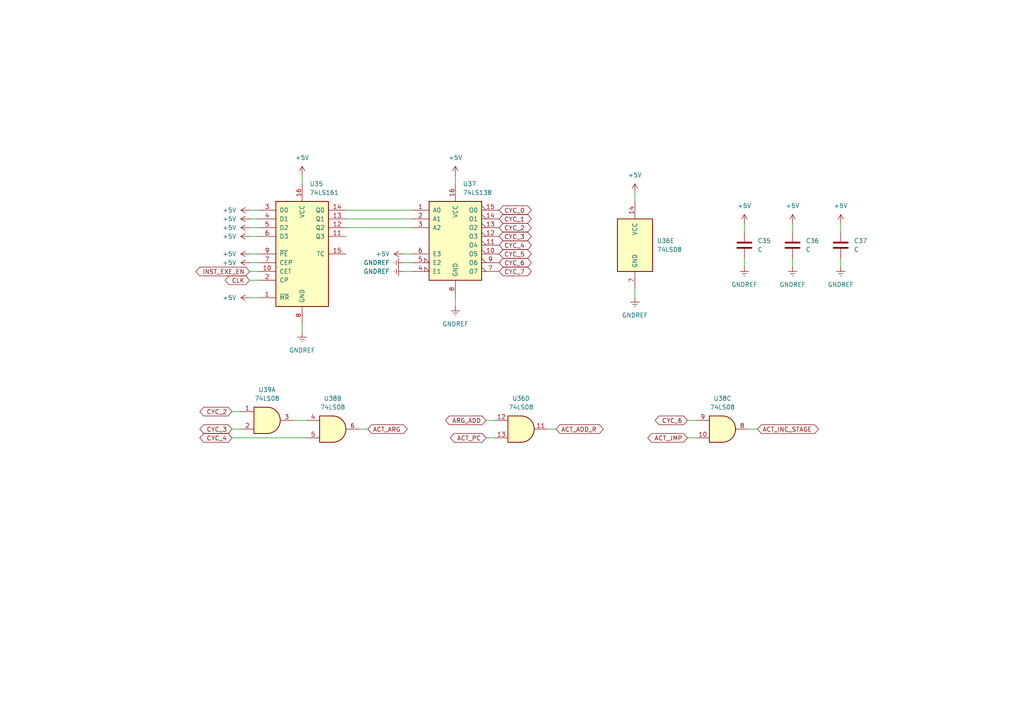
<source format=kicad_sch>
(kicad_sch (version 20250114) (generator "eeschema") (generator_version "9.0")
  (paper "A4")
  (title_block (title "Osnova8 CPU") (date "2025-12-03"))
  (lib_symbols
    (symbol "74xx:74LS08" (pin_names (offset 1.016))
      (property "Reference" "U" (at 0 1.27 0))
      (property "Value" "74LS08" (at 0 -1.27 0))
      (symbol "74LS08_1_1"
        (arc (start 0 3.81) (mid 3.7934 0) (end 0 -3.81) (stroke (width 0.254)) (fill (type background)))
        (polyline (pts (xy 0 3.81) (xy -3.81 3.81) (xy -3.81 -3.81) (xy 0 -3.81)) (stroke (width 0.254)) (fill (type background)))
        (pin input line (at -7.62 2.54 0) (length 3.81) (name "~") (number "1"))
        (pin input line (at -7.62 -2.54 0) (length 3.81) (name "~") (number "2"))
        (pin output line (at 7.62 0 180) (length 3.81) (name "~") (number "3"))
      )
      (symbol "74LS08_1_2"
        (arc (start -3.81 3.81) (mid -2.589 0) (end -3.81 -3.81) (stroke (width 0.254)))
        (polyline (pts (xy -3.81 3.81) (xy -0.635 3.81)) (stroke (width 0.254)) (fill (type background)))
        (polyline (pts (xy -3.81 -3.81) (xy -0.635 -3.81)) (stroke (width 0.254)) (fill (type background)))
        (arc (start 3.81 0) (mid 2.1855 -2.584) (end -0.6096 -3.81) (stroke (width 0.254)) (fill (type background)))
        (arc (start -0.6096 3.81) (mid 2.1928 2.5924) (end 3.81 0) (stroke (width 0.254)) (fill (type background)))
        (polyline (pts (xy -0.635 3.81) (xy -3.81 3.81) (xy -3.81 3.81) (xy -3.556 3.4036) (xy -3.0226 2.2606) (xy -2.6924 1.0414) (xy -2.6162 -0.254) (xy -2.7686 -1.4986) (xy -3.175 -2.7178) (xy -3.81 -3.81) (xy -3.81 -3.81) (xy -0.635 -3.81)) (stroke (width -25.4)) (fill (type background)))
        (pin input inverted (at -7.62 2.54 0) (length 4.318) (name "~") (number "1"))
        (pin input inverted (at -7.62 -2.54 0) (length 4.318) (name "~") (number "2"))
        (pin output inverted (at 7.62 0 180) (length 3.81) (name "~") (number "3"))
      )
      (symbol "74LS08_2_1"
        (arc (start 0 3.81) (mid 3.7934 0) (end 0 -3.81) (stroke (width 0.254)) (fill (type background)))
        (polyline (pts (xy 0 3.81) (xy -3.81 3.81) (xy -3.81 -3.81) (xy 0 -3.81)) (stroke (width 0.254)) (fill (type background)))
        (pin input line (at -7.62 2.54 0) (length 3.81) (name "~") (number "4"))
        (pin input line (at -7.62 -2.54 0) (length 3.81) (name "~") (number "5"))
        (pin output line (at 7.62 0 180) (length 3.81) (name "~") (number "6"))
      )
      (symbol "74LS08_2_2"
        (arc (start -3.81 3.81) (mid -2.589 0) (end -3.81 -3.81) (stroke (width 0.254)))
        (polyline (pts (xy -3.81 3.81) (xy -0.635 3.81)) (stroke (width 0.254)) (fill (type background)))
        (polyline (pts (xy -3.81 -3.81) (xy -0.635 -3.81)) (stroke (width 0.254)) (fill (type background)))
        (arc (start 3.81 0) (mid 2.1855 -2.584) (end -0.6096 -3.81) (stroke (width 0.254)) (fill (type background)))
        (arc (start -0.6096 3.81) (mid 2.1928 2.5924) (end 3.81 0) (stroke (width 0.254)) (fill (type background)))
        (polyline (pts (xy -0.635 3.81) (xy -3.81 3.81) (xy -3.81 3.81) (xy -3.556 3.4036) (xy -3.0226 2.2606) (xy -2.6924 1.0414) (xy -2.6162 -0.254) (xy -2.7686 -1.4986) (xy -3.175 -2.7178) (xy -3.81 -3.81) (xy -3.81 -3.81) (xy -0.635 -3.81)) (stroke (width -25.4)) (fill (type background)))
        (pin input inverted (at -7.62 2.54 0) (length 4.318) (name "~") (number "4"))
        (pin input inverted (at -7.62 -2.54 0) (length 4.318) (name "~") (number "5"))
        (pin output inverted (at 7.62 0 180) (length 3.81) (name "~") (number "6"))
      )
      (symbol "74LS08_3_1"
        (arc (start 0 3.81) (mid 3.7934 0) (end 0 -3.81) (stroke (width 0.254)) (fill (type background)))
        (polyline (pts (xy 0 3.81) (xy -3.81 3.81) (xy -3.81 -3.81) (xy 0 -3.81)) (stroke (width 0.254)) (fill (type background)))
        (pin input line (at -7.62 2.54 0) (length 3.81) (name "~") (number "9"))
        (pin input line (at -7.62 -2.54 0) (length 3.81) (name "~") (number "10"))
        (pin output line (at 7.62 0 180) (length 3.81) (name "~") (number "8"))
      )
      (symbol "74LS08_3_2"
        (arc (start -3.81 3.81) (mid -2.589 0) (end -3.81 -3.81) (stroke (width 0.254)))
        (polyline (pts (xy -3.81 3.81) (xy -0.635 3.81)) (stroke (width 0.254)) (fill (type background)))
        (polyline (pts (xy -3.81 -3.81) (xy -0.635 -3.81)) (stroke (width 0.254)) (fill (type background)))
        (arc (start 3.81 0) (mid 2.1855 -2.584) (end -0.6096 -3.81) (stroke (width 0.254)) (fill (type background)))
        (arc (start -0.6096 3.81) (mid 2.1928 2.5924) (end 3.81 0) (stroke (width 0.254)) (fill (type background)))
        (polyline (pts (xy -0.635 3.81) (xy -3.81 3.81) (xy -3.81 3.81) (xy -3.556 3.4036) (xy -3.0226 2.2606) (xy -2.6924 1.0414) (xy -2.6162 -0.254) (xy -2.7686 -1.4986) (xy -3.175 -2.7178) (xy -3.81 -3.81) (xy -3.81 -3.81) (xy -0.635 -3.81)) (stroke (width -25.4)) (fill (type background)))
        (pin input inverted (at -7.62 2.54 0) (length 4.318) (name "~") (number "9"))
        (pin input inverted (at -7.62 -2.54 0) (length 4.318) (name "~") (number "10"))
        (pin output inverted (at 7.62 0 180) (length 3.81) (name "~") (number "8"))
      )
      (symbol "74LS08_4_1"
        (arc (start 0 3.81) (mid 3.7934 0) (end 0 -3.81) (stroke (width 0.254)) (fill (type background)))
        (polyline (pts (xy 0 3.81) (xy -3.81 3.81) (xy -3.81 -3.81) (xy 0 -3.81)) (stroke (width 0.254)) (fill (type background)))
        (pin input line (at -7.62 2.54 0) (length 3.81) (name "~") (number "12"))
        (pin input line (at -7.62 -2.54 0) (length 3.81) (name "~") (number "13"))
        (pin output line (at 7.62 0 180) (length 3.81) (name "~") (number "11"))
      )
      (symbol "74LS08_4_2"
        (arc (start -3.81 3.81) (mid -2.589 0) (end -3.81 -3.81) (stroke (width 0.254)))
        (polyline (pts (xy -3.81 3.81) (xy -0.635 3.81)) (stroke (width 0.254)) (fill (type background)))
        (polyline (pts (xy -3.81 -3.81) (xy -0.635 -3.81)) (stroke (width 0.254)) (fill (type background)))
        (arc (start 3.81 0) (mid 2.1855 -2.584) (end -0.6096 -3.81) (stroke (width 0.254)) (fill (type background)))
        (arc (start -0.6096 3.81) (mid 2.1928 2.5924) (end 3.81 0) (stroke (width 0.254)) (fill (type background)))
        (polyline (pts (xy -0.635 3.81) (xy -3.81 3.81) (xy -3.81 3.81) (xy -3.556 3.4036) (xy -3.0226 2.2606) (xy -2.6924 1.0414) (xy -2.6162 -0.254) (xy -2.7686 -1.4986) (xy -3.175 -2.7178) (xy -3.81 -3.81) (xy -3.81 -3.81) (xy -0.635 -3.81)) (stroke (width -25.4)) (fill (type background)))
        (pin input inverted (at -7.62 2.54 0) (length 4.318) (name "~") (number "12"))
        (pin input inverted (at -7.62 -2.54 0) (length 4.318) (name "~") (number "13"))
        (pin output inverted (at 7.62 0 180) (length 3.81) (name "~") (number "11"))
      )
      (symbol "74LS08_5_0"
        (pin power_in line (at 0 12.7 270) (length 5.08) (name "VCC") (number "14"))
        (pin power_in line (at 0 -12.7 90) (length 5.08) (name "GND") (number "7"))
      )
      (symbol "74LS08_5_1"
        (rectangle (start -5.08 7.62) (end 5.08 -7.62) (stroke (width 0.254)) (fill (type background)))
      )
    )
    (symbol "74xx:74LS138" (pin_names (offset 1.016))
      (property "Reference" "U" (at -7.62 11.43 0))
      (property "Value" "74LS138" (at -7.62 -13.97 0))
      (symbol "74LS138_1_0"
        (pin input line (at -12.7 7.62 0) (length 5.08) (name "A0") (number "1"))
        (pin input line (at -12.7 5.08 0) (length 5.08) (name "A1") (number "2"))
        (pin input line (at -12.7 2.54 0) (length 5.08) (name "A2") (number "3"))
        (pin input line (at -12.7 -5.08 0) (length 5.08) (name "E3") (number "6"))
        (pin input input_low (at -12.7 -7.62 0) (length 5.08) (name "E2") (number "5"))
        (pin input input_low (at -12.7 -10.16 0) (length 5.08) (name "E1") (number "4"))
        (pin power_in line (at 0 15.24 270) (length 5.08) (name "VCC") (number "16"))
        (pin power_in line (at 0 -17.78 90) (length 5.08) (name "GND") (number "8"))
        (pin output output_low (at 12.7 7.62 180) (length 5.08) (name "O0") (number "15"))
        (pin output output_low (at 12.7 5.08 180) (length 5.08) (name "O1") (number "14"))
        (pin output output_low (at 12.7 2.54 180) (length 5.08) (name "O2") (number "13"))
        (pin output output_low (at 12.7 0 180) (length 5.08) (name "O3") (number "12"))
        (pin output output_low (at 12.7 -2.54 180) (length 5.08) (name "O4") (number "11"))
        (pin output output_low (at 12.7 -5.08 180) (length 5.08) (name "O5") (number "10"))
        (pin output output_low (at 12.7 -7.62 180) (length 5.08) (name "O6") (number "9"))
        (pin output output_low (at 12.7 -10.16 180) (length 5.08) (name "O7") (number "7"))
      )
      (symbol "74LS138_1_1"
        (rectangle (start -7.62 10.16) (end 7.62 -12.7) (stroke (width 0.254)) (fill (type background)))
      )
    )
    (symbol "74xx:74LS161" (pin_names (offset 1.016))
      (property "Reference" "U" (at -7.62 16.51 0))
      (property "Value" "74LS161" (at -7.62 -16.51 0))
      (symbol "74LS161_1_0"
        (pin input line (at -12.7 12.7 0) (length 5.08) (name "D0") (number "3"))
        (pin input line (at -12.7 10.16 0) (length 5.08) (name "D1") (number "4"))
        (pin input line (at -12.7 7.62 0) (length 5.08) (name "D2") (number "5"))
        (pin input line (at -12.7 5.08 0) (length 5.08) (name "D3") (number "6"))
        (pin input line (at -12.7 0 0) (length 5.08) (name "~{PE}") (number "9"))
        (pin input line (at -12.7 -2.54 0) (length 5.08) (name "CEP") (number "7"))
        (pin input line (at -12.7 -5.08 0) (length 5.08) (name "CET") (number "10"))
        (pin input line (at -12.7 -7.62 0) (length 5.08) (name "CP") (number "2"))
        (pin input line (at -12.7 -12.7 0) (length 5.08) (name "~{MR}") (number "1"))
        (pin power_in line (at 0 20.32 270) (length 5.08) (name "VCC") (number "16"))
        (pin power_in line (at 0 -20.32 90) (length 5.08) (name "GND") (number "8"))
        (pin output line (at 12.7 12.7 180) (length 5.08) (name "Q0") (number "14"))
        (pin output line (at 12.7 10.16 180) (length 5.08) (name "Q1") (number "13"))
        (pin output line (at 12.7 7.62 180) (length 5.08) (name "Q2") (number "12"))
        (pin output line (at 12.7 5.08 180) (length 5.08) (name "Q3") (number "11"))
        (pin output line (at 12.7 0 180) (length 5.08) (name "TC") (number "15"))
      )
      (symbol "74LS161_1_1"
        (rectangle (start -7.62 15.24) (end 7.62 -15.24) (stroke (width 0.254)) (fill (type background)))
      )
    )
    (symbol "Device:C" (pin_numbers (hide yes)) (pin_names (offset 0.254))
      (property "Reference" "C" (at 0.635 2.54 0))
      (property "Value" "C" (at 0.635 -2.54 0))
      (symbol "C_0_1"
        (polyline (pts (xy -2.032 0.762) (xy 2.032 0.762)) (stroke (width 0.508)))
        (polyline (pts (xy -2.032 -0.762) (xy 2.032 -0.762)) (stroke (width 0.508)))
      )
      (symbol "C_1_1"
        (pin passive line (at 0 3.81 270) (length 2.794) (name "~") (number "1"))
        (pin passive line (at 0 -3.81 90) (length 2.794) (name "~") (number "2"))
      )
    )
    (symbol "power:+5V" (power) (pin_numbers (hide yes)) (pin_names (offset 0) (hide yes))
      (property "Value" "+5V" (at 0 3.556 0))
      (symbol "+5V_0_1"
        (polyline (pts (xy -0.762 1.27) (xy 0 2.54)))
        (polyline (pts (xy 0 2.54) (xy 0.762 1.27)))
        (polyline (pts (xy 0 0) (xy 0 2.54)))
      )
      (symbol "+5V_1_1"
        (pin power_in line (at 0 0 90) (length 0) (name "~") (number "1"))
      )
    )
    (symbol "power:GNDREF" (power) (pin_numbers (hide yes)) (pin_names (offset 0) (hide yes))
      (property "Value" "GNDREF" (at 0 -3.81 0))
      (symbol "GNDREF_0_1"
        (polyline (pts (xy -0.635 -1.905) (xy 0.635 -1.905)))
        (polyline (pts (xy -0.127 -2.54) (xy 0.127 -2.54)))
        (polyline (pts (xy 0 -1.27) (xy 0 0)))
        (polyline (pts (xy 1.27 -1.27) (xy -1.27 -1.27)))
      )
      (symbol "GNDREF_1_1"
        (pin power_in line (at 0 0 270) (length 0) (name "~") (number "1"))
      )
    )
  )
  (wire (pts (xy 72.39 81.28) (xy 74.93 81.28)))
  (wire (pts (xy 219.71 124.46) (xy 217.17 124.46)))
  (wire (pts (xy 87.63 93.98) (xy 87.63 96.52)))
  (wire (pts (xy 229.87 74.93) (xy 229.87 77.47)))
  (wire (pts (xy 69.85 124.46) (xy 67.31 124.46)))
  (wire (pts (xy 87.63 50.8) (xy 87.63 53.34)))
  (wire (pts (xy 199.39 121.92) (xy 201.93 121.92)))
  (wire (pts (xy 184.15 83.82) (xy 184.15 86.36)))
  (wire (pts (xy 67.31 127) (xy 88.9 127)))
  (wire (pts (xy 72.39 76.2) (xy 74.93 76.2)))
  (wire (pts (xy 106.68 124.46) (xy 104.14 124.46)))
  (wire (pts (xy 215.9 74.93) (xy 215.9 77.47)))
  (wire (pts (xy 116.84 78.74) (xy 119.38 78.74)))
  (wire (pts (xy 100.33 60.96) (xy 119.38 60.96)))
  (wire (pts (xy 140.97 127) (xy 143.51 127)))
  (wire (pts (xy 72.39 63.5) (xy 74.93 63.5)))
  (wire (pts (xy 72.39 60.96) (xy 74.93 60.96)))
  (wire (pts (xy 132.08 86.36) (xy 132.08 88.9)))
  (wire (pts (xy 132.08 50.8) (xy 132.08 53.34)))
  (wire (pts (xy 69.85 119.38) (xy 67.31 119.38)))
  (wire (pts (xy 199.39 127) (xy 201.93 127)))
  (wire (pts (xy 100.33 66.04) (xy 119.38 66.04)))
  (wire (pts (xy 116.84 73.66) (xy 119.38 73.66)))
  (wire (pts (xy 229.87 64.77) (xy 229.87 67.31)))
  (wire (pts (xy 85.09 121.92) (xy 88.9 121.92)))
  (wire (pts (xy 140.97 121.92) (xy 143.51 121.92)))
  (wire (pts (xy 72.39 68.58) (xy 74.93 68.58)))
  (wire (pts (xy 215.9 64.77) (xy 215.9 67.31)))
  (wire (pts (xy 116.84 76.2) (xy 119.38 76.2)))
  (wire (pts (xy 72.39 73.66) (xy 74.93 73.66)))
  (wire (pts (xy 243.84 74.93) (xy 243.84 77.47)))
  (wire (pts (xy 184.15 55.88) (xy 184.15 58.42)))
  (wire (pts (xy 100.33 63.5) (xy 119.38 63.5)))
  (wire (pts (xy 72.39 78.74) (xy 74.93 78.74)))
  (wire (pts (xy 72.39 86.36) (xy 74.93 86.36)))
  (wire (pts (xy 72.39 66.04) (xy 74.93 66.04)))
  (wire (pts (xy 158.75 124.46) (xy 161.29 124.46)))
  (wire (pts (xy 243.84 64.77) (xy 243.84 67.31)))
  (global_label "CLK" (shape bidirectional) (at 72.39 81.28 180) (property "Intersheetrefs" "${INTERSHEET_REFS}" (effects (hide yes))))
  (global_label "CYC_2" (shape bidirectional) (at 67.31 119.38 180) (property "Intersheetrefs" "${INTERSHEET_REFS}" (effects (hide yes))))
  (global_label "ACT_ARG" (shape bidirectional) (at 106.68 124.46 0) (property "Intersheetrefs" "${INTERSHEET_REFS}" (effects (hide yes))))
  (global_label "CYC_6" (shape bidirectional) (at 199.39 121.92 180) (property "Intersheetrefs" "${INTERSHEET_REFS}" (effects (hide yes))))
  (global_label "ACT_ADD_R" (shape bidirectional) (at 161.29 124.46 0) (property "Intersheetrefs" "${INTERSHEET_REFS}" (effects (hide yes))))
  (global_label "ACT_PC" (shape bidirectional) (at 140.97 127 180) (property "Intersheetrefs" "${INTERSHEET_REFS}" (effects (hide yes))))
  (global_label "CYC_2" (shape bidirectional) (at 144.78 66.04 0) (property "Intersheetrefs" "${INTERSHEET_REFS}" (effects (hide yes))))
  (global_label "INST_EXE_EN" (shape bidirectional) (at 72.39 78.74 180) (property "Intersheetrefs" "${INTERSHEET_REFS}" (effects (hide yes))))
  (global_label "CYC_5" (shape bidirectional) (at 144.78 73.66 0) (property "Intersheetrefs" "${INTERSHEET_REFS}" (effects (hide yes))))
  (global_label "ACT_JMP" (shape bidirectional) (at 199.39 127 180) (property "Intersheetrefs" "${INTERSHEET_REFS}" (effects (hide yes))))
  (global_label "CYC_6" (shape bidirectional) (at 144.78 76.2 0) (property "Intersheetrefs" "${INTERSHEET_REFS}" (effects (hide yes))))
  (global_label "ARG_ADD" (shape bidirectional) (at 140.97 121.92 180) (property "Intersheetrefs" "${INTERSHEET_REFS}" (effects (hide yes))))
  (global_label "CYC_4" (shape bidirectional) (at 67.31 127 180) (property "Intersheetrefs" "${INTERSHEET_REFS}" (effects (hide yes))))
  (global_label "CYC_4" (shape bidirectional) (at 144.78 71.12 0) (property "Intersheetrefs" "${INTERSHEET_REFS}" (effects (hide yes))))
  (global_label "ACT_INC_STAGE" (shape bidirectional) (at 219.71 124.46 0) (property "Intersheetrefs" "${INTERSHEET_REFS}" (effects (hide yes))))
  (global_label "CYC_0" (shape bidirectional) (at 144.78 60.96 0) (property "Intersheetrefs" "${INTERSHEET_REFS}" (effects (hide yes))))
  (global_label "CYC_3" (shape bidirectional) (at 67.31 124.46 180) (property "Intersheetrefs" "${INTERSHEET_REFS}" (effects (hide yes))))
  (global_label "CYC_3" (shape bidirectional) (at 144.78 68.58 0) (property "Intersheetrefs" "${INTERSHEET_REFS}" (effects (hide yes))))
  (global_label "CYC_7" (shape bidirectional) (at 144.78 78.74 0) (property "Intersheetrefs" "${INTERSHEET_REFS}" (effects (hide yes))))
  (global_label "CYC_1" (shape bidirectional) (at 144.78 63.5 0) (property "Intersheetrefs" "${INTERSHEET_REFS}" (effects (hide yes))))
  (symbol (lib_id "power:+5V") (at 87.63 50.8 0) (unit 1)
    (property "Reference" "#PWR0205" (effects (hide yes)))
    (property "Value" "+5V" (at 87.63 45.72 0))
    (property "Description" "Power symbol creates a global label with name \"+5V\"" (effects (hide yes)))
  )
  (symbol (lib_id "Device:C") (at 215.9 71.12 0) (unit 1)
    (property "Reference" "C35" (at 219.71 69.8499 0) (effects (justify left)))
    (property "Value" "C" (at 219.71 72.3899 0) (effects (justify left)))
    (property "Description" "Unpolarized capacitor" (effects (hide yes)))
  )
  (symbol (lib_id "power:+5V") (at 184.15 55.88 0) (unit 1)
    (property "Reference" "#PWR0210" (effects (hide yes)))
    (property "Value" "+5V" (at 184.15 50.8 0))
    (property "Description" "Power symbol creates a global label with name \"+5V\"" (effects (hide yes)))
  )
  (symbol (lib_id "power:GNDREF") (at 87.63 96.52 0) (unit 1)
    (property "Reference" "#PWR0206" (effects (hide yes)))
    (property "Value" "GNDREF" (at 87.63 101.6 0))
    (property "Description" "Power symbol creates a global label with name \"GNDREF\" , reference supply ground" (effects (hide yes)))
  )
  (symbol (lib_id "power:GNDREF") (at 116.84 78.74 270) (unit 1)
    (property "Reference" "#PWR0201" (effects (hide yes)))
    (property "Value" "GNDREF" (at 113.03 78.7399 90) (effects (justify right)))
    (property "Description" "Power symbol creates a global label with name \"GNDREF\" , reference supply ground" (effects (hide yes)))
  )
  (symbol (lib_id "power:GNDREF") (at 184.15 86.36 0) (unit 1)
    (property "Reference" "#PWR0209" (effects (hide yes)))
    (property "Value" "GNDREF" (at 184.15 91.44 0))
    (property "Description" "Power symbol creates a global label with name \"GNDREF\" , reference supply ground" (effects (hide yes)))
  )
  (symbol (lib_id "Device:C") (at 243.84 71.12 0) (unit 1)
    (property "Reference" "C37" (at 247.65 69.8499 0) (effects (justify left)))
    (property "Value" "C" (at 247.65 72.3899 0) (effects (justify left)))
    (property "Description" "Unpolarized capacitor" (effects (hide yes)))
  )
  (symbol (lib_id "74xx:74LS08") (at 77.47 121.92 0) (unit 1)
    (property "Reference" "U39" (at 77.4617 113.03 0))
    (property "Value" "74LS08" (at 77.4617 115.57 0))
    (property "Datasheet" "http://www.ti.com/lit/gpn/sn74LS08" (effects (hide yes)))
    (property "Description" "Quad And2" (effects (hide yes)))
  )
  (symbol (lib_id "power:+5V") (at 72.39 76.2 90) (unit 1)
    (property "Reference" "#PWR0200" (effects (hide yes)))
    (property "Value" "+5V" (at 68.58 76.1999 90) (effects (justify left)))
    (property "Description" "Power symbol creates a global label with name \"+5V\"" (effects (hide yes)))
  )
  (symbol (lib_id "power:+5V") (at 229.87 64.77 0) (unit 1)
    (property "Reference" "#PWR0213" (effects (hide yes)))
    (property "Value" "+5V" (at 229.87 59.69 0))
    (property "Description" "Power symbol creates a global label with name \"+5V\"" (effects (hide yes)))
  )
  (symbol (lib_id "power:+5V") (at 132.08 50.8 0) (unit 1)
    (property "Reference" "#PWR0208" (effects (hide yes)))
    (property "Value" "+5V" (at 132.08 45.72 0))
    (property "Description" "Power symbol creates a global label with name \"+5V\"" (effects (hide yes)))
  )
  (symbol (lib_id "power:+5V") (at 72.39 73.66 90) (unit 1)
    (property "Reference" "#PWR0203" (effects (hide yes)))
    (property "Value" "+5V" (at 68.58 73.6599 90) (effects (justify left)))
    (property "Description" "Power symbol creates a global label with name \"+5V\"" (effects (hide yes)))
  )
  (symbol (lib_id "74xx:74LS08") (at 209.55 124.46 0) (unit 3)
    (property "Reference" "U38" (at 209.5417 115.57 0))
    (property "Value" "74LS08" (at 209.5417 118.11 0))
    (property "Datasheet" "http://www.ti.com/lit/gpn/sn74LS08" (effects (hide yes)))
    (property "Description" "Quad And2" (effects (hide yes)))
  )
  (symbol (lib_id "power:GNDREF") (at 132.08 88.9 0) (unit 1)
    (property "Reference" "#PWR0207" (effects (hide yes)))
    (property "Value" "GNDREF" (at 132.08 93.98 0))
    (property "Description" "Power symbol creates a global label with name \"GNDREF\" , reference supply ground" (effects (hide yes)))
  )
  (symbol (lib_id "power:+5V") (at 72.39 86.36 90) (unit 1)
    (property "Reference" "#PWR0202" (effects (hide yes)))
    (property "Value" "+5V" (at 68.58 86.3599 90) (effects (justify left)))
    (property "Description" "Power symbol creates a global label with name \"+5V\"" (effects (hide yes)))
  )
  (symbol (lib_id "power:+5V") (at 72.39 66.04 90) (unit 1)
    (property "Reference" "#PWR0198" (effects (hide yes)))
    (property "Value" "+5V" (at 68.58 66.0399 90) (effects (justify left)))
    (property "Description" "Power symbol creates a global label with name \"+5V\"" (effects (hide yes)))
  )
  (symbol (lib_id "power:+5V") (at 72.39 68.58 90) (unit 1)
    (property "Reference" "#PWR0199" (effects (hide yes)))
    (property "Value" "+5V" (at 68.58 68.5799 90) (effects (justify left)))
    (property "Description" "Power symbol creates a global label with name \"+5V\"" (effects (hide yes)))
  )
  (symbol (lib_id "74xx:74LS08") (at 96.52 124.46 0) (unit 2)
    (property "Reference" "U38" (at 96.5117 115.57 0))
    (property "Value" "74LS08" (at 96.5117 118.11 0))
    (property "Datasheet" "http://www.ti.com/lit/gpn/sn74LS08" (effects (hide yes)))
    (property "Description" "Quad And2" (effects (hide yes)))
  )
  (symbol (lib_id "power:+5V") (at 72.39 63.5 90) (unit 1)
    (property "Reference" "#PWR0197" (effects (hide yes)))
    (property "Value" "+5V" (at 68.58 63.4999 90) (effects (justify left)))
    (property "Description" "Power symbol creates a global label with name \"+5V\"" (effects (hide yes)))
  )
  (symbol (lib_id "74xx:74LS08") (at 151.13 124.46 0) (unit 4)
    (property "Reference" "U36" (at 151.1217 115.57 0))
    (property "Value" "74LS08" (at 151.1217 118.11 0))
    (property "Datasheet" "http://www.ti.com/lit/gpn/sn74LS08" (effects (hide yes)))
    (property "Description" "Quad And2" (effects (hide yes)))
  )
  (symbol (lib_id "power:+5V") (at 215.9 64.77 0) (unit 1)
    (property "Reference" "#PWR0211" (effects (hide yes)))
    (property "Value" "+5V" (at 215.9 59.69 0))
    (property "Description" "Power symbol creates a global label with name \"+5V\"" (effects (hide yes)))
  )
  (symbol (lib_id "74xx:74LS138") (at 132.08 68.58 0) (unit 1)
    (property "Reference" "U37" (at 134.2233 53.34 0) (effects (justify left)))
    (property "Value" "74LS138" (at 134.2233 55.88 0) (effects (justify left)))
    (property "Datasheet" "http://www.ti.com/lit/gpn/sn74LS138" (effects (hide yes)))
    (property "Description" "Decoder 3 to 8 active low outputs" (effects (hide yes)))
  )
  (symbol (lib_id "power:+5V") (at 243.84 64.77 0) (unit 1)
    (property "Reference" "#PWR0215" (effects (hide yes)))
    (property "Value" "+5V" (at 243.84 59.69 0))
    (property "Description" "Power symbol creates a global label with name \"+5V\"" (effects (hide yes)))
  )
  (symbol (lib_id "power:GNDREF") (at 116.84 76.2 270) (unit 1)
    (property "Reference" "#PWR0195" (effects (hide yes)))
    (property "Value" "GNDREF" (at 113.03 76.1999 90) (effects (justify right)))
    (property "Description" "Power symbol creates a global label with name \"GNDREF\" , reference supply ground" (effects (hide yes)))
  )
  (symbol (lib_id "power:GNDREF") (at 229.87 77.47 0) (unit 1)
    (property "Reference" "#PWR0214" (effects (hide yes)))
    (property "Value" "GNDREF" (at 229.87 82.55 0))
    (property "Description" "Power symbol creates a global label with name \"GNDREF\" , reference supply ground" (effects (hide yes)))
  )
  (symbol (lib_id "power:+5V") (at 72.39 60.96 90) (unit 1)
    (property "Reference" "#PWR0196" (effects (hide yes)))
    (property "Value" "+5V" (at 68.58 60.9599 90) (effects (justify left)))
    (property "Description" "Power symbol creates a global label with name \"+5V\"" (effects (hide yes)))
  )
  (symbol (lib_id "74xx:74LS161") (at 87.63 73.66 0) (unit 1)
    (property "Reference" "U35" (at 89.7733 53.34 0) (effects (justify left)))
    (property "Value" "74LS161" (at 89.7733 55.88 0) (effects (justify left)))
    (property "Datasheet" "http://www.ti.com/lit/gpn/sn74LS161" (effects (hide yes)))
    (property "Description" "Synchronous 4-bit programmable binary Counter" (effects (hide yes)))
  )
  (symbol (lib_id "74xx:74LS08") (at 184.15 71.12 0) (unit 5)
    (property "Reference" "U36" (at 190.5 69.8499 0) (effects (justify left)))
    (property "Value" "74LS08" (at 190.5 72.3899 0) (effects (justify left)))
    (property "Datasheet" "http://www.ti.com/lit/gpn/sn74LS08" (effects (hide yes)))
    (property "Description" "Quad And2" (effects (hide yes)))
  )
  (symbol (lib_id "power:GNDREF") (at 215.9 77.47 0) (unit 1)
    (property "Reference" "#PWR0212" (effects (hide yes)))
    (property "Value" "GNDREF" (at 215.9 82.55 0))
    (property "Description" "Power symbol creates a global label with name \"GNDREF\" , reference supply ground" (effects (hide yes)))
  )
  (symbol (lib_id "power:+5V") (at 116.84 73.66 90) (unit 1)
    (property "Reference" "#PWR0204" (effects (hide yes)))
    (property "Value" "+5V" (at 113.03 73.6599 90) (effects (justify left)))
    (property "Description" "Power symbol creates a global label with name \"+5V\"" (effects (hide yes)))
  )
  (symbol (lib_id "Device:C") (at 229.87 71.12 0) (unit 1)
    (property "Reference" "C36" (at 233.68 69.8499 0) (effects (justify left)))
    (property "Value" "C" (at 233.68 72.3899 0) (effects (justify left)))
    (property "Description" "Unpolarized capacitor" (effects (hide yes)))
  )
  (symbol (lib_id "power:GNDREF") (at 243.84 77.47 0) (unit 1)
    (property "Reference" "#PWR0216" (effects (hide yes)))
    (property "Value" "GNDREF" (at 243.84 82.55 0))
    (property "Description" "Power symbol creates a global label with name \"GNDREF\" , reference supply ground" (effects (hide yes)))
  )
)
</source>
